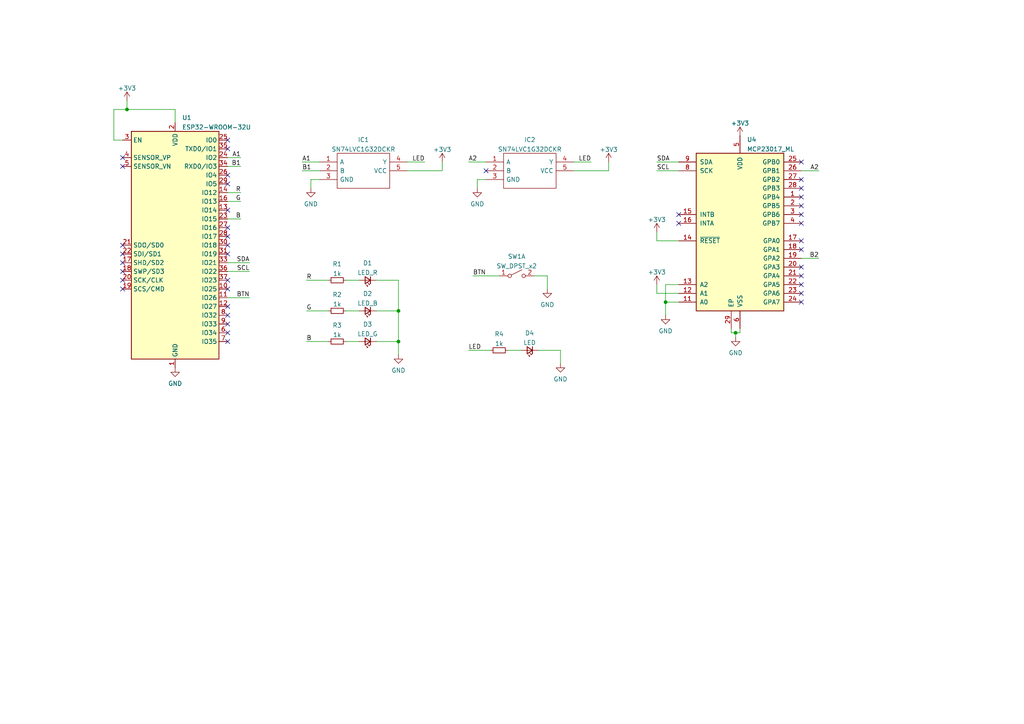
<source format=kicad_sch>
(kicad_sch (version 20211123) (generator eeschema)
  (paper "A4")
  (lib_symbols
    (symbol "Device:LED_Small" (pin_numbers hide) (pin_names (offset 0.254) hide)
      (property "Reference" "D" (at -1.27 3.175 0))
      (property "Value" "LED_Small" (at -4.445 -2.54 0))
      (symbol "LED_Small_0_1"
        (polyline (pts (xy -0.762 -1.016) (xy -0.762 1.016)) (stroke (width 0.254)))
        (polyline (pts (xy 1.016 0) (xy -0.762 0)))
        (polyline (pts (xy 0.762 -1.016) (xy -0.762 0) (xy 0.762 1.016) (xy 0.762 -1.016)) (stroke (width 0.254)))
        (polyline (pts (xy 0 0.762) (xy -0.508 1.27) (xy -0.254 1.27) (xy -0.508 1.27) (xy -0.508 1.016)))
        (polyline (pts (xy 0.508 1.27) (xy 0 1.778) (xy 0.254 1.778) (xy 0 1.778) (xy 0 1.524)))
      )
      (symbol "LED_Small_1_1"
        (pin passive line (at -2.54 0 0) (length 1.778) (name "K") (number "1"))
        (pin passive line (at 2.54 0 180) (length 1.778) (name "A") (number "2"))
      )
    )
    (symbol "Device:R_Small" (pin_numbers hide) (pin_names (offset 0.254) hide)
      (property "Reference" "R" (at 0.762 0.508 0))
      (property "Value" "R_Small" (at 0.762 -1.016 0))
      (symbol "R_Small_0_1"
        (rectangle (start -0.762 1.778) (end 0.762 -1.778) (stroke (width 0.2032)))
      )
      (symbol "R_Small_1_1"
        (pin passive line (at 0 2.54 270) (length 0.762) (name "~") (number "1"))
        (pin passive line (at 0 -2.54 90) (length 0.762) (name "~") (number "2"))
      )
    )
    (symbol "Interface_Expansion:MCP23017_ML" (pin_names (offset 1.016))
      (property "Reference" "U" (at -11.43 24.13 0))
      (property "Value" "MCP23017_ML" (at 0 0 0))
      (symbol "MCP23017_ML_0_1"
        (rectangle (start -12.7 22.86) (end 12.7 -22.86) (stroke (width 0.254)) (fill (type background)))
      )
      (symbol "MCP23017_ML_1_1"
        (pin bidirectional line (at 17.78 10.16 180) (length 5.08) (name "GPB4") (number "1"))
        (pin no_connect line (at -12.7 12.7 0) (length 5.08) hide (name "NC") (number "10"))
        (pin input line (at -17.78 -20.32 0) (length 5.08) (name "A0") (number "11"))
        (pin input line (at -17.78 -17.78 0) (length 5.08) (name "A1") (number "12"))
        (pin input line (at -17.78 -15.24 0) (length 5.08) (name "A2") (number "13"))
        (pin input line (at -17.78 -2.54 0) (length 5.08) (name "~{RESET}") (number "14"))
        (pin tri_state line (at -17.78 5.08 0) (length 5.08) (name "INTB") (number "15"))
        (pin tri_state line (at -17.78 2.54 0) (length 5.08) (name "INTA") (number "16"))
        (pin bidirectional line (at 17.78 -2.54 180) (length 5.08) (name "GPA0") (number "17"))
        (pin bidirectional line (at 17.78 -5.08 180) (length 5.08) (name "GPA1") (number "18"))
        (pin bidirectional line (at 17.78 -7.62 180) (length 5.08) (name "GPA2") (number "19"))
        (pin bidirectional line (at 17.78 7.62 180) (length 5.08) (name "GPB5") (number "2"))
        (pin bidirectional line (at 17.78 -10.16 180) (length 5.08) (name "GPA3") (number "20"))
        (pin bidirectional line (at 17.78 -12.7 180) (length 5.08) (name "GPA4") (number "21"))
        (pin bidirectional line (at 17.78 -15.24 180) (length 5.08) (name "GPA5") (number "22"))
        (pin bidirectional line (at 17.78 -17.78 180) (length 5.08) (name "GPA6") (number "23"))
        (pin bidirectional line (at 17.78 -20.32 180) (length 5.08) (name "GPA7") (number "24"))
        (pin bidirectional line (at 17.78 20.32 180) (length 5.08) (name "GPB0") (number "25"))
        (pin bidirectional line (at 17.78 17.78 180) (length 5.08) (name "GPB1") (number "26"))
        (pin bidirectional line (at 17.78 15.24 180) (length 5.08) (name "GPB2") (number "27"))
        (pin bidirectional line (at 17.78 12.7 180) (length 5.08) (name "GPB3") (number "28"))
        (pin passive line (at -2.54 -27.94 90) (length 5.08) (name "EP") (number "29"))
        (pin bidirectional line (at 17.78 5.08 180) (length 5.08) (name "GPB6") (number "3"))
        (pin bidirectional line (at 17.78 2.54 180) (length 5.08) (name "GPB7") (number "4"))
        (pin power_in line (at 0 27.94 270) (length 5.08) (name "VDD") (number "5"))
        (pin power_in line (at 0 -27.94 90) (length 5.08) (name "VSS") (number "6"))
        (pin no_connect line (at -12.7 15.24 0) (length 5.08) hide (name "NC") (number "7"))
        (pin input line (at -17.78 17.78 0) (length 5.08) (name "SCK") (number "8"))
        (pin bidirectional line (at -17.78 20.32 0) (length 5.08) (name "SDA") (number "9"))
      )
    )
    (symbol "RF_Module:ESP32-WROOM-32U"
      (property "Reference" "U" (at -12.7 34.29 0))
      (property "Value" "ESP32-WROOM-32U" (at 1.27 34.29 0))
      (symbol "ESP32-WROOM-32U_0_1"
        (rectangle (start -12.7 33.02) (end 12.7 -33.02) (stroke (width 0.254)) (fill (type background)))
      )
      (symbol "ESP32-WROOM-32U_1_1"
        (pin power_in line (at 0 -35.56 90) (length 2.54) (name "GND") (number "1"))
        (pin bidirectional line (at 15.24 -12.7 180) (length 2.54) (name "IO25") (number "10"))
        (pin bidirectional line (at 15.24 -15.24 180) (length 2.54) (name "IO26") (number "11"))
        (pin bidirectional line (at 15.24 -17.78 180) (length 2.54) (name "IO27") (number "12"))
        (pin bidirectional line (at 15.24 10.16 180) (length 2.54) (name "IO14") (number "13"))
        (pin bidirectional line (at 15.24 15.24 180) (length 2.54) (name "IO12") (number "14"))
        (pin passive line (at 0 -35.56 90) (length 2.54) hide (name "GND") (number "15"))
        (pin bidirectional line (at 15.24 12.7 180) (length 2.54) (name "IO13") (number "16"))
        (pin bidirectional line (at -15.24 -5.08 0) (length 2.54) (name "SHD/SD2") (number "17"))
        (pin bidirectional line (at -15.24 -7.62 0) (length 2.54) (name "SWP/SD3") (number "18"))
        (pin bidirectional line (at -15.24 -12.7 0) (length 2.54) (name "SCS/CMD") (number "19"))
        (pin power_in line (at 0 35.56 270) (length 2.54) (name "VDD") (number "2"))
        (pin bidirectional line (at -15.24 -10.16 0) (length 2.54) (name "SCK/CLK") (number "20"))
        (pin bidirectional line (at -15.24 0 0) (length 2.54) (name "SDO/SD0") (number "21"))
        (pin bidirectional line (at -15.24 -2.54 0) (length 2.54) (name "SDI/SD1") (number "22"))
        (pin bidirectional line (at 15.24 7.62 180) (length 2.54) (name "IO15") (number "23"))
        (pin bidirectional line (at 15.24 25.4 180) (length 2.54) (name "IO2") (number "24"))
        (pin bidirectional line (at 15.24 30.48 180) (length 2.54) (name "IO0") (number "25"))
        (pin bidirectional line (at 15.24 20.32 180) (length 2.54) (name "IO4") (number "26"))
        (pin bidirectional line (at 15.24 5.08 180) (length 2.54) (name "IO16") (number "27"))
        (pin bidirectional line (at 15.24 2.54 180) (length 2.54) (name "IO17") (number "28"))
        (pin bidirectional line (at 15.24 17.78 180) (length 2.54) (name "IO5") (number "29"))
        (pin input line (at -15.24 30.48 0) (length 2.54) (name "EN") (number "3"))
        (pin bidirectional line (at 15.24 0 180) (length 2.54) (name "IO18") (number "30"))
        (pin bidirectional line (at 15.24 -2.54 180) (length 2.54) (name "IO19") (number "31"))
        (pin no_connect line (at -12.7 -27.94 0) (length 2.54) hide (name "NC") (number "32"))
        (pin bidirectional line (at 15.24 -5.08 180) (length 2.54) (name "IO21") (number "33"))
        (pin bidirectional line (at 15.24 22.86 180) (length 2.54) (name "RXD0/IO3") (number "34"))
        (pin bidirectional line (at 15.24 27.94 180) (length 2.54) (name "TXD0/IO1") (number "35"))
        (pin bidirectional line (at 15.24 -7.62 180) (length 2.54) (name "IO22") (number "36"))
        (pin bidirectional line (at 15.24 -10.16 180) (length 2.54) (name "IO23") (number "37"))
        (pin passive line (at 0 -35.56 90) (length 2.54) hide (name "GND") (number "38"))
        (pin passive line (at 0 -35.56 90) (length 2.54) hide (name "GND") (number "39"))
        (pin input line (at -15.24 25.4 0) (length 2.54) (name "SENSOR_VP") (number "4"))
        (pin input line (at -15.24 22.86 0) (length 2.54) (name "SENSOR_VN") (number "5"))
        (pin input line (at 15.24 -25.4 180) (length 2.54) (name "IO34") (number "6"))
        (pin input line (at 15.24 -27.94 180) (length 2.54) (name "IO35") (number "7"))
        (pin bidirectional line (at 15.24 -20.32 180) (length 2.54) (name "IO32") (number "8"))
        (pin bidirectional line (at 15.24 -22.86 180) (length 2.54) (name "IO33") (number "9"))
      )
    )
    (symbol "SN74LVC1G32DCKR:SN74LVC1G32DCKR" (pin_names (offset 0.762))
      (property "Reference" "IC" (at 21.59 7.62 0))
      (property "Value" "SN74LVC1G32DCKR" (at 21.59 5.08 0))
      (symbol "SN74LVC1G32DCKR_0_0"
        (pin passive line (at 0 0 0) (length 5.08) (name "A") (number "1"))
        (pin passive line (at 0 -2.54 0) (length 5.08) (name "B") (number "2"))
        (pin passive line (at 0 -5.08 0) (length 5.08) (name "GND") (number "3"))
        (pin passive line (at 25.4 0 180) (length 5.08) (name "Y") (number "4"))
        (pin passive line (at 25.4 -2.54 180) (length 5.08) (name "VCC") (number "5"))
      )
      (symbol "SN74LVC1G32DCKR_0_1"
        (polyline (pts (xy 5.08 2.54) (xy 20.32 2.54) (xy 20.32 -7.62) (xy 5.08 -7.62) (xy 5.08 2.54)) (stroke (width 0.1524)))
      )
    )
    (symbol "Switch:SW_DPST_x2" (pin_names (offset 0) hide)
      (property "Reference" "SW" (at 0 3.175 0))
      (property "Value" "SW_DPST_x2" (at 0 -2.54 0))
      (symbol "SW_DPST_x2_0_0"
        (circle (center -2.032 0) (radius 0.508))
        (polyline (pts (xy -1.524 0.254) (xy 1.524 1.778)))
        (circle (center 2.032 0) (radius 0.508))
      )
      (symbol "SW_DPST_x2_1_1"
        (pin passive line (at -5.08 0 0) (length 2.54) (name "A") (number "1"))
        (pin passive line (at 5.08 0 180) (length 2.54) (name "B") (number "2"))
      )
      (symbol "SW_DPST_x2_2_1"
        (pin passive line (at -5.08 0 0) (length 2.54) (name "A") (number "3"))
        (pin passive line (at 5.08 0 180) (length 2.54) (name "B") (number "4"))
      )
    )
    (symbol "power:+3.3V" (power) (pin_names (offset 0))
      (property "Value" "+3.3V" (at 0 3.556 0))
      (symbol "+3.3V_0_1"
        (polyline (pts (xy -0.762 1.27) (xy 0 2.54)))
        (polyline (pts (xy 0 0) (xy 0 2.54)))
        (polyline (pts (xy 0 2.54) (xy 0.762 1.27)))
      )
      (symbol "+3.3V_1_1"
        (pin power_in line (at 0 0 90) (length 0) hide (name "+3V3") (number "1"))
      )
    )
    (symbol "power:GND" (power) (pin_names (offset 0))
      (property "Value" "GND" (at 0 -3.81 0))
      (symbol "GND_0_1"
        (polyline (pts (xy 0 0) (xy 0 -1.27) (xy 1.27 -1.27) (xy 0 -2.54) (xy -1.27 -1.27) (xy 0 -1.27)))
      )
      (symbol "GND_1_1"
        (pin power_in line (at 0 0 270) (length 0) hide (name "GND") (number "1"))
      )
    )
  )
  (junction (at 36.83 31.75))
  (junction (at 115.57 99.06))
  (junction (at 115.57 90.17))
  (junction (at 213.36 96.52))
  (junction (at 193.04 87.63))
  (no_connect (at 140.97 49.53))
  (no_connect (at 232.41 57.15))
  (no_connect (at 232.41 54.61))
  (no_connect (at 232.41 52.07))
  (no_connect (at 232.41 46.99))
  (no_connect (at 232.41 87.63))
  (no_connect (at 232.41 85.09))
  (no_connect (at 232.41 82.55))
  (no_connect (at 232.41 80.01))
  (no_connect (at 232.41 77.47))
  (no_connect (at 232.41 72.39))
  (no_connect (at 232.41 69.85))
  (no_connect (at 232.41 64.77))
  (no_connect (at 232.41 62.23))
  (no_connect (at 232.41 59.69))
  (no_connect (at 66.04 40.64))
  (no_connect (at 66.04 43.18))
  (no_connect (at 66.04 50.8))
  (no_connect (at 66.04 53.34))
  (no_connect (at 66.04 60.96))
  (no_connect (at 66.04 66.04))
  (no_connect (at 66.04 68.58))
  (no_connect (at 66.04 71.12))
  (no_connect (at 66.04 73.66))
  (no_connect (at 66.04 81.28))
  (no_connect (at 66.04 83.82))
  (no_connect (at 66.04 88.9))
  (no_connect (at 66.04 91.44))
  (no_connect (at 66.04 93.98))
  (no_connect (at 66.04 96.52))
  (no_connect (at 66.04 99.06))
  (no_connect (at 35.56 83.82))
  (no_connect (at 35.56 48.26))
  (no_connect (at 35.56 45.72))
  (no_connect (at 35.56 81.28))
  (no_connect (at 35.56 78.74))
  (no_connect (at 35.56 76.2))
  (no_connect (at 35.56 73.66))
  (no_connect (at 35.56 71.12))
  (no_connect (at 196.85 62.23))
  (no_connect (at 196.85 64.77))
  (wire (pts (xy 33.02 40.64) (xy 33.02 31.75)))
  (wire (pts (xy 135.89 101.6) (xy 142.24 101.6)))
  (wire (pts (xy 128.27 46.99) (xy 128.27 49.53)))
  (wire (pts (xy 162.56 101.6) (xy 162.56 105.41)))
  (wire (pts (xy 137.16 80.01) (xy 144.78 80.01)))
  (wire (pts (xy 90.17 52.07) (xy 90.17 54.61)))
  (wire (pts (xy 115.57 102.87) (xy 115.57 99.06)))
  (wire (pts (xy 213.36 96.52) (xy 213.36 97.79)))
  (wire (pts (xy 212.09 96.52) (xy 213.36 96.52)))
  (wire (pts (xy 232.41 49.53) (xy 237.49 49.53)))
  (wire (pts (xy 66.04 76.2) (xy 72.39 76.2)))
  (wire (pts (xy 162.56 101.6) (xy 156.21 101.6)))
  (wire (pts (xy 140.97 52.07) (xy 138.43 52.07)))
  (wire (pts (xy 147.32 101.6) (xy 151.13 101.6)))
  (wire (pts (xy 100.33 81.28) (xy 104.14 81.28)))
  (wire (pts (xy 232.41 74.93) (xy 237.49 74.93)))
  (wire (pts (xy 87.63 46.99) (xy 92.71 46.99)))
  (wire (pts (xy 115.57 90.17) (xy 115.57 81.28)))
  (wire (pts (xy 66.04 58.42) (xy 69.85 58.42)))
  (wire (pts (xy 190.5 69.85) (xy 190.5 67.31)))
  (wire (pts (xy 88.9 99.06) (xy 95.25 99.06)))
  (wire (pts (xy 214.63 96.52) (xy 213.36 96.52)))
  (wire (pts (xy 115.57 81.28) (xy 109.22 81.28)))
  (wire (pts (xy 66.04 63.5) (xy 69.85 63.5)))
  (wire (pts (xy 154.94 80.01) (xy 158.75 80.01)))
  (wire (pts (xy 176.53 49.53) (xy 166.37 49.53)))
  (wire (pts (xy 212.09 95.25) (xy 212.09 96.52)))
  (wire (pts (xy 196.85 85.09) (xy 190.5 85.09)))
  (wire (pts (xy 50.8 35.56) (xy 50.8 31.75)))
  (wire (pts (xy 88.9 90.17) (xy 95.25 90.17)))
  (wire (pts (xy 190.5 49.53) (xy 196.85 49.53)))
  (wire (pts (xy 171.45 46.99) (xy 166.37 46.99)))
  (wire (pts (xy 66.04 55.88) (xy 69.85 55.88)))
  (wire (pts (xy 115.57 99.06) (xy 115.57 90.17)))
  (wire (pts (xy 190.5 85.09) (xy 190.5 82.55)))
  (wire (pts (xy 50.8 31.75) (xy 36.83 31.75)))
  (wire (pts (xy 88.9 81.28) (xy 95.25 81.28)))
  (wire (pts (xy 190.5 46.99) (xy 196.85 46.99)))
  (wire (pts (xy 109.22 99.06) (xy 115.57 99.06)))
  (wire (pts (xy 193.04 82.55) (xy 193.04 87.63)))
  (wire (pts (xy 158.75 80.01) (xy 158.75 83.82)))
  (wire (pts (xy 33.02 31.75) (xy 36.83 31.75)))
  (wire (pts (xy 66.04 48.26) (xy 69.85 48.26)))
  (wire (pts (xy 66.04 78.74) (xy 72.39 78.74)))
  (wire (pts (xy 66.04 86.36) (xy 72.39 86.36)))
  (wire (pts (xy 128.27 49.53) (xy 118.11 49.53)))
  (wire (pts (xy 193.04 87.63) (xy 193.04 91.44)))
  (wire (pts (xy 92.71 49.53) (xy 87.63 49.53)))
  (wire (pts (xy 33.02 40.64) (xy 35.56 40.64)))
  (wire (pts (xy 123.19 46.99) (xy 118.11 46.99)))
  (wire (pts (xy 196.85 87.63) (xy 193.04 87.63)))
  (wire (pts (xy 196.85 69.85) (xy 190.5 69.85)))
  (wire (pts (xy 135.89 46.99) (xy 140.97 46.99)))
  (wire (pts (xy 36.83 31.75) (xy 36.83 29.21)))
  (wire (pts (xy 100.33 99.06) (xy 104.14 99.06)))
  (wire (pts (xy 66.04 45.72) (xy 69.85 45.72)))
  (wire (pts (xy 92.71 52.07) (xy 90.17 52.07)))
  (wire (pts (xy 109.22 90.17) (xy 115.57 90.17)))
  (wire (pts (xy 176.53 46.99) (xy 176.53 49.53)))
  (wire (pts (xy 138.43 52.07) (xy 138.43 54.61)))
  (wire (pts (xy 100.33 90.17) (xy 104.14 90.17)))
  (wire (pts (xy 214.63 95.25) (xy 214.63 96.52)))
  (wire (pts (xy 196.85 82.55) (xy 193.04 82.55)))
  (label "R" (at 69.85 55.88 180))
  (label "G" (at 69.85 58.42 180))
  (label "R" (at 88.9 81.28 0))
  (label "B1" (at 69.85 48.26 180))
  (label "G" (at 88.9 90.17 0))
  (label "SCL" (at 72.39 78.74 180))
  (label "B" (at 88.9 99.06 0))
  (label "A1" (at 69.85 45.72 180))
  (label "A2" (at 237.49 49.53 180))
  (label "BTN" (at 137.16 80.01 0))
  (label "B2" (at 237.49 74.93 180))
  (label "LED" (at 171.45 46.99 180))
  (label "A1" (at 87.63 46.99 0))
  (label "B1" (at 87.63 49.53 0))
  (label "B" (at 69.85 63.5 180))
  (label "SDA" (at 190.5 46.99 0))
  (label "A2" (at 135.89 46.99 0))
  (label "LED" (at 135.89 101.6 0))
  (label "SDA" (at 72.39 76.2 180))
  (label "BTN" (at 72.39 86.36 180))
  (label "LED" (at 123.19 46.99 180))
  (label "SCL" (at 190.5 49.53 0))
  (symbol (lib_id "power:+3.3V") (at 128.27 46.99 0) (unit 1)
    (property "Reference" "#PWR03" (effects hide))
    (property "Value" "+3.3V" (at 128.27 43.3855 0))
  )
  (symbol (lib_id "Interface_Expansion:MCP23017_ML") (at 214.63 67.31 0) (unit 1)
    (property "Reference" "U4" (at 216.6494 40.4835 0) (effects (justify left)))
    (property "Value" "MCP23017_ML" (at 216.6494 43.2586 0) (effects (justify left)))
    (property "Footprint" "Package_DFN_QFN:QFN-28-1EP_6x6mm_P0.65mm_EP4.25x4.25mm" (effects hide))
    (property "Datasheet" "http://ww1.microchip.com/downloads/en/DeviceDoc/20001952C.pdf" (effects hide))
  )
  (symbol (lib_id "power:GND") (at 90.17 54.61 0) (unit 1)
    (property "Reference" "#PWR07" (effects hide))
    (property "Value" "GND" (at 90.17 59.1725 0))
  )
  (symbol (lib_id "power:+3.3V") (at 176.53 46.99 0) (unit 1)
    (property "Reference" "#PWR06" (effects hide))
    (property "Value" "+3.3V" (at 176.53 43.3855 0))
  )
  (symbol (lib_id "Switch:SW_DPST_x2") (at 149.86 80.01 0) (unit 1)
    (property "Reference" "SW1" (at 149.86 74.3925 0))
    (property "Value" "SW_DPST_x2" (at 149.86 77.1676 0))
  )
  (symbol (lib_id "Device:R_Small") (at 97.79 90.17 90) (unit 1)
    (property "Reference" "R2" (at 97.79 85.4669 90))
    (property "Value" "1k" (at 97.79 88.242 90))
  )
  (symbol (lib_id "power:+3.3V") (at 190.5 82.55 0) (unit 1)
    (property "Reference" "#PWR011" (effects hide))
    (property "Value" "+3.3V" (at 190.5 78.9455 0))
  )
  (symbol (lib_id "power:GND") (at 138.43 54.61 0) (unit 1)
    (property "Reference" "#PWR04" (effects hide))
    (property "Value" "GND" (at 138.43 59.1725 0))
  )
  (symbol (lib_id "Device:R_Small") (at 97.79 99.06 90) (unit 1)
    (property "Reference" "R3" (at 97.79 94.3569 90))
    (property "Value" "1k" (at 97.79 97.132 90))
  )
  (symbol (lib_id "Device:LED_Small") (at 153.67 101.6 180) (unit 1)
    (property "Reference" "D4" (at 153.6065 96.6175 0))
    (property "Value" "LED" (at 153.6065 99.3926 0))
  )
  (symbol (lib_id "Device:LED_Small") (at 106.68 90.17 180) (unit 1)
    (property "Reference" "D2" (at 106.6165 85.1875 0))
    (property "Value" "LED_B" (at 106.6165 87.9626 0))
  )
  (symbol (lib_id "Device:LED_Small") (at 106.68 81.28 180) (unit 1)
    (property "Reference" "D1" (at 106.6165 76.2975 0))
    (property "Value" "LED_R" (at 106.6165 79.0726 0))
  )
  (symbol (lib_id "Device:LED_Small") (at 106.68 99.06 180) (unit 1)
    (property "Reference" "D3" (at 106.6165 94.0775 0))
    (property "Value" "LED_G" (at 106.6165 96.8526 0))
  )
  (symbol (lib_id "power:GND") (at 50.8 106.68 0) (unit 1)
    (property "Reference" "#PWR02" (effects hide))
    (property "Value" "GND" (at 50.8 111.2425 0))
  )
  (symbol (lib_id "power:GND") (at 213.36 97.79 0) (unit 1)
    (property "Reference" "#PWR013" (effects hide))
    (property "Value" "GND" (at 213.36 102.3525 0))
  )
  (symbol (lib_id "power:GND") (at 158.75 83.82 0) (unit 1)
    (property "Reference" "#PWR08" (effects hide))
    (property "Value" "GND" (at 158.75 88.3825 0))
  )
  (symbol (lib_id "power:+3.3V") (at 190.5 67.31 0) (unit 1)
    (property "Reference" "#PWR010" (effects hide))
    (property "Value" "+3.3V" (at 190.5 63.7055 0))
  )
  (symbol (lib_id "power:+3.3V") (at 36.83 29.21 0) (unit 1)
    (property "Reference" "#PWR01" (effects hide))
    (property "Value" "+3.3V" (at 36.83 25.6055 0))
  )
  (symbol (lib_id "Device:R_Small") (at 97.79 81.28 90) (unit 1)
    (property "Reference" "R1" (at 97.79 76.5769 90))
    (property "Value" "1k" (at 97.79 79.352 90))
  )
  (symbol (lib_id "RF_Module:ESP32-WROOM-32U") (at 50.8 71.12 0) (unit 1)
    (property "Reference" "U1" (at 52.8194 34.1335 0) (effects (justify left)))
    (property "Value" "ESP32-WROOM-32U" (at 52.8194 36.9086 0) (effects (justify left)))
    (property "Footprint" "RF_Module:ESP32-WROOM-32U" (effects hide))
    (property "Datasheet" "https://www.espressif.com/sites/default/files/documentation/esp32-wroom-32d_esp32-wroom-32u_datasheet_en.pdf" (effects hide))
  )
  (symbol (lib_id "power:GND") (at 115.57 102.87 0) (unit 1)
    (property "Reference" "#PWR05" (effects hide))
    (property "Value" "GND" (at 115.57 107.4325 0))
  )
  (symbol (lib_id "SN74LVC1G32DCKR:SN74LVC1G32DCKR") (at 92.71 46.99 0) (unit 1)
    (property "Reference" "IC1" (at 105.41 40.5343 0))
    (property "Value" "SN74LVC1G32DCKR" (at 105.41 43.3094 0))
    (property "Footprint" "SOT65P210X110-5N" (effects hide))
    (property "Datasheet" "http://www.ti.com/lit/gpn/sn74lvc1g32" (effects hide))
    (property "Description" "Single 2-Input Positive-OR Gate" (effects hide))
    (property "Height" "1.1" (effects hide))
    (property "Manufacturer_Name" "Texas Instruments" (effects hide))
    (property "Manufacturer_Part_Number" "SN74LVC1G32DCKR" (effects hide))
    (property "Mouser Part Number" "595-SN74LVC1G32DCKR" (effects hide))
    (property "Mouser Price/Stock" "https://www.mouser.co.uk/ProductDetail/Texas-Instruments/SN74LVC1G32DCKR?qs=rshUhwi3fbYur8p35NB%252BLQ%3D%3D" (effects hide))
    (property "Arrow Part Number" "SN74LVC1G32DCKR" (effects hide))
    (property "Arrow Price/Stock" "https://www.arrow.com/en/products/sn74lvc1g32dckr/texas-instruments?region=nac" (effects hide))
  )
  (symbol (lib_id "SN74LVC1G32DCKR:SN74LVC1G32DCKR") (at 140.97 46.99 0) (unit 1)
    (property "Reference" "IC2" (at 153.67 40.5343 0))
    (property "Value" "SN74LVC1G32DCKR" (at 153.67 43.3094 0))
    (property "Footprint" "SOT65P210X110-5N" (effects hide))
    (property "Datasheet" "http://www.ti.com/lit/gpn/sn74lvc1g32" (effects hide))
    (property "Description" "Single 2-Input Positive-OR Gate" (effects hide))
    (property "Height" "1.1" (effects hide))
    (property "Manufacturer_Name" "Texas Instruments" (effects hide))
    (property "Manufacturer_Part_Number" "SN74LVC1G32DCKR" (effects hide))
    (property "Mouser Part Number" "595-SN74LVC1G32DCKR" (effects hide))
    (property "Mouser Price/Stock" "https://www.mouser.co.uk/ProductDetail/Texas-Instruments/SN74LVC1G32DCKR?qs=rshUhwi3fbYur8p35NB%252BLQ%3D%3D" (effects hide))
    (property "Arrow Part Number" "SN74LVC1G32DCKR" (effects hide))
    (property "Arrow Price/Stock" "https://www.arrow.com/en/products/sn74lvc1g32dckr/texas-instruments?region=nac" (effects hide))
  )
  (symbol (lib_id "power:GND") (at 193.04 91.44 0) (unit 1)
    (property "Reference" "#PWR012" (effects hide))
    (property "Value" "GND" (at 193.04 96.0025 0))
  )
  (symbol (lib_id "power:+3.3V") (at 214.63 39.37 0) (unit 1)
    (property "Reference" "#PWR014" (effects hide))
    (property "Value" "+3.3V" (at 214.63 35.7655 0))
  )
  (symbol (lib_id "Device:R_Small") (at 144.78 101.6 90) (unit 1)
    (property "Reference" "R4" (at 144.78 96.8969 90))
    (property "Value" "1k" (at 144.78 99.672 90))
  )
  (symbol (lib_id "power:GND") (at 162.56 105.41 0) (unit 1)
    (property "Reference" "#PWR09" (effects hide))
    (property "Value" "GND" (at 162.56 109.9725 0))
  )
)
</source>
